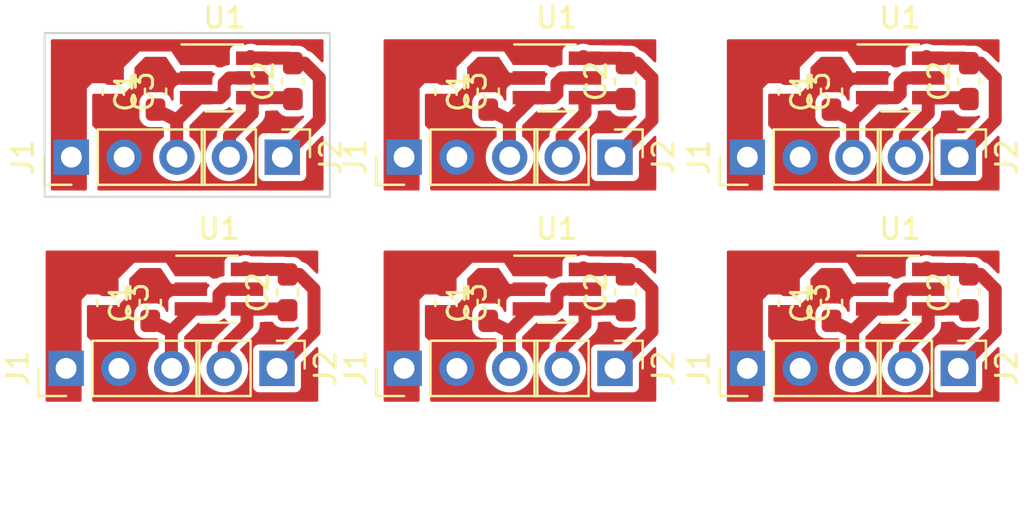
<source format=kicad_pcb>
(kicad_pcb (version 20211014) (generator pcbnew)
  (layers (0 "F.Cu" signal) (31 "B.Cu" signal) (34 "B.Paste" user) (35 "F.Paste" user) (36 "B.SilkS" user "B.Silkscreen") (37 "F.SilkS" user "F.Silkscreen") (38 "B.Mask" user) (39 "F.Mask" user) (44 "Edge.Cuts" user))
  (net 0 "")
  (net 1 "+BATT")
  (net 2 "GND")
  (net 3 "Net-(C2-Pad1)")
  (net 4 "Net-(C2-Pad2)")
  (net 5 "VCC")
  (footprint "Connector_PinHeader_2.54mm:PinHeader_1x02_P2.54mm_Vertical" (layer "F.Cu") (at 69.596 48.26 -90)
    (fp_text reference "J2" (at 0 -2.33 90) (layer "F.SilkS"))
    (fp_text value "Conn_01x02_Male")
    (fp_line (start -1.33 1.27) (end -1.33 3.87) (layer "F.SilkS") (width 0.12))
    (fp_line (start -1.33 1.27) (end 1.33 1.27) (layer "F.SilkS") (width 0.12))
    (fp_line (start -1.33 0) (end -1.33 -1.33) (layer "F.SilkS") (width 0.12))
    (fp_line (start 1.33 1.27) (end 1.33 3.87) (layer "F.SilkS") (width 0.12))
    (fp_line (start -1.33 -1.33) (end 0 -1.33) (layer "F.SilkS") (width 0.12))
    (fp_line (start -1.33 3.87) (end 1.33 3.87) (layer "F.SilkS") (width 0.12))
    (pad "1" thru_hole rect (at 0 0 270) (size 1.7 1.7) (drill 1) (layers *.Cu *.Mask) (net 4 "Net-(C2-Pad2)"))
    (pad "2" thru_hole oval (at 0 2.54 270) (size 1.7 1.7) (drill 1) (layers *.Cu *.Mask) (net 3 "Net-(C2-Pad1)"))
  )
  (footprint "Capacitor_SMD:C_0603_1608Metric_Pad1.08x0.95mm_HandSolder" (layer "F.Cu") (at 46.99 34.9515 90)
    (fp_text reference "C1" (at 0 -1.43 90) (layer "F.SilkS"))
    (fp_text value "10u")
    (fp_line (start -0.146267 0.51) (end 0.146267 0.51) (layer "F.SilkS") (width 0.12))
    (fp_line (start -0.146267 -0.51) (end 0.146267 -0.51) (layer "F.SilkS") (width 0.12))
    (pad "1" smd roundrect (at -0.8625 0 90) (size 1.075 0.95) (layers "F.Cu" "F.Paste" "F.Mask") (net 1 "+BATT"))
    (pad "2" smd roundrect (at 0.8625 0 90) (size 1.075 0.95) (layers "F.Cu" "F.Paste" "F.Mask") (net 2 "GND"))
  )
  (footprint "Capacitor_SMD:C_0603_1608Metric_Pad1.08x0.95mm_HandSolder" (layer "F.Cu") (at 63.5 45.1115 90)
    (fp_text reference "C1" (at 0 -1.43 90) (layer "F.SilkS"))
    (fp_text value "10u")
    (fp_line (start -0.146267 0.51) (end 0.146267 0.51) (layer "F.SilkS") (width 0.12))
    (fp_line (start -0.146267 -0.51) (end 0.146267 -0.51) (layer "F.SilkS") (width 0.12))
    (pad "1" smd roundrect (at -0.8625 0 90) (size 1.075 0.95) (layers "F.Cu" "F.Paste" "F.Mask") (net 1 "+BATT"))
    (pad "2" smd roundrect (at 0.8625 0 90) (size 1.075 0.95) (layers "F.Cu" "F.Paste" "F.Mask") (net 2 "GND"))
  )
  (footprint "Capacitor_SMD:C_0603_1608Metric_Pad1.08x0.95mm_HandSolder" (layer "F.Cu") (at 61.468 45.1115 -90)
    (fp_text reference "C3" (at 0 -1.43 90) (layer "F.SilkS"))
    (fp_text value "10u")
    (fp_line (start -0.146267 0.51) (end 0.146267 0.51) (layer "F.SilkS") (width 0.12))
    (fp_line (start -0.146267 -0.51) (end 0.146267 -0.51) (layer "F.SilkS") (width 0.12))
    (pad "1" smd roundrect (at -0.8625 0 270) (size 1.075 0.95) (layers "F.Cu" "F.Paste" "F.Mask") (net 5 "VCC"))
    (pad "2" smd roundrect (at 0.8625 0 270) (size 1.075 0.95) (layers "F.Cu" "F.Paste" "F.Mask") (net 2 "GND"))
  )
  (footprint "Connector_PinHeader_2.54mm:PinHeader_1x03_P2.54mm_Vertical" (layer "F.Cu") (at 59.451 48.26 90)
    (fp_text reference "J1" (at 0 -2.33 90) (layer "F.SilkS"))
    (fp_text value "Conn_01x03_Male")
    (fp_line (start -1.33 1.27) (end -1.33 6.41) (layer "F.SilkS") (width 0.12))
    (fp_line (start -1.33 6.41) (end 1.33 6.41) (layer "F.SilkS") (width 0.12))
    (fp_line (start -1.33 -1.33) (end 0 -1.33) (layer "F.SilkS") (width 0.12))
    (fp_line (start -1.33 0) (end -1.33 -1.33) (layer "F.SilkS") (width 0.12))
    (fp_line (start 1.33 1.27) (end 1.33 6.41) (layer "F.SilkS") (width 0.12))
    (fp_line (start -1.33 1.27) (end 1.33 1.27) (layer "F.SilkS") (width 0.12))
    (pad "1" thru_hole rect (at 0 0 90) (size 1.7 1.7) (drill 1) (layers *.Cu *.Mask) (net 5 "VCC"))
    (pad "2" thru_hole oval (at 0 2.54 90) (size 1.7 1.7) (drill 1) (layers *.Cu *.Mask) (net 2 "GND"))
    (pad "3" thru_hole oval (at 0 5.08 90) (size 1.7 1.7) (drill 1) (layers *.Cu *.Mask) (net 1 "+BATT"))
  )
  (footprint "Package_TO_SOT_SMD:SOT-23-6_Handsoldering" (layer "F.Cu") (at 50.292 34.29)
    (fp_text reference "U1" (at 0 -2.9) (layer "F.SilkS"))
    (fp_text value "HX4004")
    (fp_line (start -0.9 1.61) (end 0.9 1.61) (layer "F.SilkS") (width 0.12))
    (fp_line (start 0.9 -1.61) (end -2.05 -1.61) (layer "F.SilkS") (width 0.12))
    (pad "1" smd rect (at -1.35 -0.95) (size 1.56 0.65) (layers "F.Cu" "F.Paste" "F.Mask") (net 5 "VCC"))
    (pad "2" smd rect (at -1.35 0) (size 1.56 0.65) (layers "F.Cu" "F.Paste" "F.Mask") (net 2 "GND"))
    (pad "3" smd rect (at -1.35 0.95) (size 1.56 0.65) (layers "F.Cu" "F.Paste" "F.Mask") (net 1 "+BATT"))
    (pad "4" smd rect (at 1.35 0.95) (size 1.56 0.65) (layers "F.Cu" "F.Paste" "F.Mask") (net 3 "Net-(C2-Pad1)"))
    (pad "5" smd rect (at 1.35 0) (size 1.56 0.65) (layers "F.Cu" "F.Paste" "F.Mask") (net 1 "+BATT"))
    (pad "6" smd rect (at 1.35 -0.95) (size 1.56 0.65) (layers "F.Cu" "F.Paste" "F.Mask") (net 4 "Net-(C2-Pad2)"))
  )
  (footprint "Connector_PinHeader_2.54mm:PinHeader_1x03_P2.54mm_Vertical" (layer "F.Cu") (at 26.685 48.26 90)
    (fp_text reference "J1" (at 0 -2.33 90) (layer "F.SilkS"))
    (fp_text value "Conn_01x03_Male")
    (fp_line (start -1.33 1.27) (end -1.33 6.41) (layer "F.SilkS") (width 0.12))
    (fp_line (start -1.33 6.41) (end 1.33 6.41) (layer "F.SilkS") (width 0.12))
    (fp_line (start -1.33 -1.33) (end 0 -1.33) (layer "F.SilkS") (width 0.12))
    (fp_line (start -1.33 0) (end -1.33 -1.33) (layer "F.SilkS") (width 0.12))
    (fp_line (start 1.33 1.27) (end 1.33 6.41) (layer "F.SilkS") (width 0.12))
    (fp_line (start -1.33 1.27) (end 1.33 1.27) (layer "F.SilkS") (width 0.12))
    (pad "1" thru_hole rect (at 0 0 90) (size 1.7 1.7) (drill 1) (layers *.Cu *.Mask) (net 5 "VCC"))
    (pad "2" thru_hole oval (at 0 2.54 90) (size 1.7 1.7) (drill 1) (layers *.Cu *.Mask) (net 2 "GND"))
    (pad "3" thru_hole oval (at 0 5.08 90) (size 1.7 1.7) (drill 1) (layers *.Cu *.Mask) (net 1 "+BATT"))
  )
  (footprint "Capacitor_SMD:C_0603_1608Metric_Pad1.08x0.95mm_HandSolder" (layer "F.Cu") (at 44.958 45.1115 -90)
    (fp_text reference "C3" (at 0 -1.43 90) (layer "F.SilkS"))
    (fp_text value "10u")
    (fp_line (start -0.146267 0.51) (end 0.146267 0.51) (layer "F.SilkS") (width 0.12))
    (fp_line (start -0.146267 -0.51) (end 0.146267 -0.51) (layer "F.SilkS") (width 0.12))
    (pad "1" smd roundrect (at -0.8625 0 270) (size 1.075 0.95) (layers "F.Cu" "F.Paste" "F.Mask") (net 5 "VCC"))
    (pad "2" smd roundrect (at 0.8625 0 270) (size 1.075 0.95) (layers "F.Cu" "F.Paste" "F.Mask") (net 2 "GND"))
  )
  (footprint "Capacitor_SMD:C_0603_1608Metric_Pad1.08x0.95mm_HandSolder" (layer "F.Cu") (at 63.5 34.9515 90)
    (fp_text reference "C1" (at 0 -1.43 90) (layer "F.SilkS"))
    (fp_text value "10u")
    (fp_line (start -0.146267 0.51) (end 0.146267 0.51) (layer "F.SilkS") (width 0.12))
    (fp_line (start -0.146267 -0.51) (end 0.146267 -0.51) (layer "F.SilkS") (width 0.12))
    (pad "1" smd roundrect (at -0.8625 0 90) (size 1.075 0.95) (layers "F.Cu" "F.Paste" "F.Mask") (net 1 "+BATT"))
    (pad "2" smd roundrect (at 0.8625 0 90) (size 1.075 0.95) (layers "F.Cu" "F.Paste" "F.Mask") (net 2 "GND"))
  )
  (footprint "Capacitor_SMD:C_0603_1608Metric_Pad1.08x0.95mm_HandSolder" (layer "F.Cu") (at 28.956 34.9515 -90)
    (fp_text reference "C3" (at 0 -1.43 90) (layer "F.SilkS"))
    (fp_text value "10u")
    (fp_line (start -0.146267 0.51) (end 0.146267 0.51) (layer "F.SilkS") (width 0.12))
    (fp_line (start -0.146267 -0.51) (end 0.146267 -0.51) (layer "F.SilkS") (width 0.12))
    (pad "1" smd roundrect (at -0.8625 0 270) (size 1.075 0.95) (layers "F.Cu" "F.Paste" "F.Mask") (net 5 "VCC"))
    (pad "2" smd roundrect (at 0.8625 0 270) (size 1.075 0.95) (layers "F.Cu" "F.Paste" "F.Mask") (net 2 "GND"))
  )
  (footprint "Capacitor_SMD:C_0603_1608Metric_Pad1.08x0.95mm_HandSolder" (layer "F.Cu") (at 37.338 44.6035 90)
    (fp_text reference "C2" (at 0 -1.43 90) (layer "F.SilkS"))
    (fp_text value "10u")
    (fp_line (start -0.146267 -0.51) (end 0.146267 -0.51) (layer "F.SilkS") (width 0.12))
    (fp_line (start -0.146267 0.51) (end 0.146267 0.51) (layer "F.SilkS") (width 0.12))
    (pad "1" smd roundrect (at -0.8625 0 90) (size 1.075 0.95) (layers "F.Cu" "F.Paste" "F.Mask") (net 3 "Net-(C2-Pad1)"))
    (pad "2" smd roundrect (at 0.8625 0 90) (size 1.075 0.95) (layers "F.Cu" "F.Paste" "F.Mask") (net 4 "Net-(C2-Pad2)"))
  )
  (footprint "Capacitor_SMD:C_0603_1608Metric_Pad1.08x0.95mm_HandSolder" (layer "F.Cu") (at 30.988 34.9515 90)
    (fp_text reference "C1" (at 0 -1.43 90) (layer "F.SilkS"))
    (fp_text value "10u")
    (fp_line (start -0.146267 0.51) (end 0.146267 0.51) (layer "F.SilkS") (width 0.12))
    (fp_line (start -0.146267 -0.51) (end 0.146267 -0.51) (layer "F.SilkS") (width 0.12))
    (pad "1" smd roundrect (at -0.8625 0 90) (size 1.075 0.95) (layers "F.Cu" "F.Paste" "F.Mask") (net 1 "+BATT"))
    (pad "2" smd roundrect (at 0.8625 0 90) (size 1.075 0.95) (layers "F.Cu" "F.Paste" "F.Mask") (net 2 "GND"))
  )
  (footprint "Package_TO_SOT_SMD:SOT-23-6_Handsoldering" (layer "F.Cu") (at 66.802 34.29)
    (fp_text reference "U1" (at 0 -2.9) (layer "F.SilkS"))
    (fp_text value "HX4004")
    (fp_line (start -0.9 1.61) (end 0.9 1.61) (layer "F.SilkS") (width 0.12))
    (fp_line (start 0.9 -1.61) (end -2.05 -1.61) (layer "F.SilkS") (width 0.12))
    (pad "1" smd rect (at -1.35 -0.95) (size 1.56 0.65) (layers "F.Cu" "F.Paste" "F.Mask") (net 5 "VCC"))
    (pad "2" smd rect (at -1.35 0) (size 1.56 0.65) (layers "F.Cu" "F.Paste" "F.Mask") (net 2 "GND"))
    (pad "3" smd rect (at -1.35 0.95) (size 1.56 0.65) (layers "F.Cu" "F.Paste" "F.Mask") (net 1 "+BATT"))
    (pad "4" smd rect (at 1.35 0.95) (size 1.56 0.65) (layers "F.Cu" "F.Paste" "F.Mask") (net 3 "Net-(C2-Pad1)"))
    (pad "5" smd rect (at 1.35 0) (size 1.56 0.65) (layers "F.Cu" "F.Paste" "F.Mask") (net 1 "+BATT"))
    (pad "6" smd rect (at 1.35 -0.95) (size 1.56 0.65) (layers "F.Cu" "F.Paste" "F.Mask") (net 4 "Net-(C2-Pad2)"))
  )
  (footprint "Package_TO_SOT_SMD:SOT-23-6_Handsoldering" (layer "F.Cu") (at 50.292 44.45)
    (fp_text reference "U1" (at 0 -2.9) (layer "F.SilkS"))
    (fp_text value "HX4004")
    (fp_line (start -0.9 1.61) (end 0.9 1.61) (layer "F.SilkS") (width 0.12))
    (fp_line (start 0.9 -1.61) (end -2.05 -1.61) (layer "F.SilkS") (width 0.12))
    (pad "1" smd rect (at -1.35 -0.95) (size 1.56 0.65) (layers "F.Cu" "F.Paste" "F.Mask") (net 5 "VCC"))
    (pad "2" smd rect (at -1.35 0) (size 1.56 0.65) (layers "F.Cu" "F.Paste" "F.Mask") (net 2 "GND"))
    (pad "3" smd rect (at -1.35 0.95) (size 1.56 0.65) (layers "F.Cu" "F.Paste" "F.Mask") (net 1 "+BATT"))
    (pad "4" smd rect (at 1.35 0.95) (size 1.56 0.65) (layers "F.Cu" "F.Paste" "F.Mask") (net 3 "Net-(C2-Pad1)"))
    (pad "5" smd rect (at 1.35 0) (size 1.56 0.65) (layers "F.Cu" "F.Paste" "F.Mask") (net 1 "+BATT"))
    (pad "6" smd rect (at 1.35 -0.95) (size 1.56 0.65) (layers "F.Cu" "F.Paste" "F.Mask") (net 4 "Net-(C2-Pad2)"))
  )
  (footprint "Connector_PinHeader_2.54mm:PinHeader_1x02_P2.54mm_Vertical" (layer "F.Cu") (at 53.086 48.26 -90)
    (fp_text reference "J2" (at 0 -2.33 90) (layer "F.SilkS"))
    (fp_text value "Conn_01x02_Male")
    (fp_line (start -1.33 1.27) (end -1.33 3.87) (layer "F.SilkS") (width 0.12))
    (fp_line (start -1.33 1.27) (end 1.33 1.27) (layer "F.SilkS") (width 0.12))
    (fp_line (start -1.33 0) (end -1.33 -1.33) (layer "F.SilkS") (width 0.12))
    (fp_line (start 1.33 1.27) (end 1.33 3.87) (layer "F.SilkS") (width 0.12))
    (fp_line (start -1.33 -1.33) (end 0 -1.33) (layer "F.SilkS") (width 0.12))
    (fp_line (start -1.33 3.87) (end 1.33 3.87) (layer "F.SilkS") (width 0.12))
    (pad "1" thru_hole rect (at 0 0 270) (size 1.7 1.7) (drill 1) (layers *.Cu *.Mask) (net 4 "Net-(C2-Pad2)"))
    (pad "2" thru_hole oval (at 0 2.54 270) (size 1.7 1.7) (drill 1) (layers *.Cu *.Mask) (net 3 "Net-(C2-Pad1)"))
  )
  (footprint "Connector_PinHeader_2.54mm:PinHeader_1x02_P2.54mm_Vertical" (layer "F.Cu") (at 37.084 38.1 -90)
    (fp_text reference "J2" (at 0 -2.33 90) (layer "F.SilkS"))
    (fp_text value "Conn_01x02_Male")
    (fp_line (start -1.33 1.27) (end -1.33 3.87) (layer "F.SilkS") (width 0.12))
    (fp_line (start -1.33 1.27) (end 1.33 1.27) (layer "F.SilkS") (width 0.12))
    (fp_line (start -1.33 0) (end -1.33 -1.33) (layer "F.SilkS") (width 0.12))
    (fp_line (start 1.33 1.27) (end 1.33 3.87) (layer "F.SilkS") (width 0.12))
    (fp_line (start -1.33 -1.33) (end 0 -1.33) (layer "F.SilkS") (width 0.12))
    (fp_line (start -1.33 3.87) (end 1.33 3.87) (layer "F.SilkS") (width 0.12))
    (pad "1" thru_hole rect (at 0 0 270) (size 1.7 1.7) (drill 1) (layers *.Cu *.Mask) (net 4 "Net-(C2-Pad2)"))
    (pad "2" thru_hole oval (at 0 2.54 270) (size 1.7 1.7) (drill 1) (layers *.Cu *.Mask) (net 3 "Net-(C2-Pad1)"))
  )
  (footprint "Capacitor_SMD:C_0603_1608Metric_Pad1.08x0.95mm_HandSolder" (layer "F.Cu") (at 70.104 44.6035 90)
    (fp_text reference "C2" (at 0 -1.43 90) (layer "F.SilkS"))
    (fp_text value "10u")
    (fp_line (start -0.146267 -0.51) (end 0.146267 -0.51) (layer "F.SilkS") (width 0.12))
    (fp_line (start -0.146267 0.51) (end 0.146267 0.51) (layer "F.SilkS") (width 0.12))
    (pad "1" smd roundrect (at -0.8625 0 90) (size 1.075 0.95) (layers "F.Cu" "F.Paste" "F.Mask") (net 3 "Net-(C2-Pad1)"))
    (pad "2" smd roundrect (at 0.8625 0 90) (size 1.075 0.95) (layers "F.Cu" "F.Paste" "F.Mask") (net 4 "Net-(C2-Pad2)"))
  )
  (footprint "Connector_PinHeader_2.54mm:PinHeader_1x02_P2.54mm_Vertical" (layer "F.Cu") (at 53.086 38.1 -90)
    (fp_text reference "J2" (at 0 -2.33 90) (layer "F.SilkS"))
    (fp_text value "Conn_01x02_Male")
    (fp_line (start -1.33 1.27) (end -1.33 3.87) (layer "F.SilkS") (width 0.12))
    (fp_line (start -1.33 1.27) (end 1.33 1.27) (layer "F.SilkS") (width 0.12))
    (fp_line (start -1.33 0) (end -1.33 -1.33) (layer "F.SilkS") (width 0.12))
    (fp_line (start 1.33 1.27) (end 1.33 3.87) (layer "F.SilkS") (width 0.12))
    (fp_line (start -1.33 -1.33) (end 0 -1.33) (layer "F.SilkS") (width 0.12))
    (fp_line (start -1.33 3.87) (end 1.33 3.87) (layer "F.SilkS") (width 0.12))
    (pad "1" thru_hole rect (at 0 0 270) (size 1.7 1.7) (drill 1) (layers *.Cu *.Mask) (net 4 "Net-(C2-Pad2)"))
    (pad "2" thru_hole oval (at 0 2.54 270) (size 1.7 1.7) (drill 1) (layers *.Cu *.Mask) (net 3 "Net-(C2-Pad1)"))
  )
  (footprint "Capacitor_SMD:C_0603_1608Metric_Pad1.08x0.95mm_HandSolder" (layer "F.Cu") (at 61.468 34.9515 -90)
    (fp_text reference "C3" (at 0 -1.43 90) (layer "F.SilkS"))
    (fp_text value "10u")
    (fp_line (start -0.146267 0.51) (end 0.146267 0.51) (layer "F.SilkS") (width 0.12))
    (fp_line (start -0.146267 -0.51) (end 0.146267 -0.51) (layer "F.SilkS") (width 0.12))
    (pad "1" smd roundrect (at -0.8625 0 270) (size 1.075 0.95) (layers "F.Cu" "F.Paste" "F.Mask") (net 5 "VCC"))
    (pad "2" smd roundrect (at 0.8625 0 270) (size 1.075 0.95) (layers "F.Cu" "F.Paste" "F.Mask") (net 2 "GND"))
  )
  (footprint "Capacitor_SMD:C_0603_1608Metric_Pad1.08x0.95mm_HandSolder" (layer "F.Cu") (at 30.734 45.1115 90)
    (fp_text reference "C1" (at 0 -1.43 90) (layer "F.SilkS"))
    (fp_text value "10u")
    (fp_line (start -0.146267 0.51) (end 0.146267 0.51) (layer "F.SilkS") (width 0.12))
    (fp_line (start -0.146267 -0.51) (end 0.146267 -0.51) (layer "F.SilkS") (width 0.12))
    (pad "1" smd roundrect (at -0.8625 0 90) (size 1.075 0.95) (layers "F.Cu" "F.Paste" "F.Mask") (net 1 "+BATT"))
    (pad "2" smd roundrect (at 0.8625 0 90) (size 1.075 0.95) (layers "F.Cu" "F.Paste" "F.Mask") (net 2 "GND"))
  )
  (footprint "Capacitor_SMD:C_0603_1608Metric_Pad1.08x0.95mm_HandSolder" (layer "F.Cu") (at 28.702 45.1115 -90)
    (fp_text reference "C3" (at 0 -1.43 90) (layer "F.SilkS"))
    (fp_text value "10u")
    (fp_line (start -0.146267 0.51) (end 0.146267 0.51) (layer "F.SilkS") (width 0.12))
    (fp_line (start -0.146267 -0.51) (end 0.146267 -0.51) (layer "F.SilkS") (width 0.12))
    (pad "1" smd roundrect (at -0.8625 0 270) (size 1.075 0.95) (layers "F.Cu" "F.Paste" "F.Mask") (net 5 "VCC"))
    (pad "2" smd roundrect (at 0.8625 0 270) (size 1.075 0.95) (layers "F.Cu" "F.Paste" "F.Mask") (net 2 "GND"))
  )
  (footprint "Capacitor_SMD:C_0603_1608Metric_Pad1.08x0.95mm_HandSolder" (layer "F.Cu") (at 70.104 34.4435 90)
    (fp_text reference "C2" (at 0 -1.43 90) (layer "F.SilkS"))
    (fp_text value "10u")
    (fp_line (start -0.146267 -0.51) (end 0.146267 -0.51) (layer "F.SilkS") (width 0.12))
    (fp_line (start -0.146267 0.51) (end 0.146267 0.51) (layer "F.SilkS") (width 0.12))
    (pad "1" smd roundrect (at -0.8625 0 90) (size 1.075 0.95) (layers "F.Cu" "F.Paste" "F.Mask") (net 3 "Net-(C2-Pad1)"))
    (pad "2" smd roundrect (at 0.8625 0 90) (size 1.075 0.95) (layers "F.Cu" "F.Paste" "F.Mask") (net 4 "Net-(C2-Pad2)"))
  )
  (footprint "Capacitor_SMD:C_0603_1608Metric_Pad1.08x0.95mm_HandSolder" (layer "F.Cu") (at 53.594 44.6035 90)
    (fp_text reference "C2" (at 0 -1.43 90) (layer "F.SilkS"))
    (fp_text value "10u")
    (fp_line (start -0.146267 -0.51) (end 0.146267 -0.51) (layer "F.SilkS") (width 0.12))
    (fp_line (start -0.146267 0.51) (end 0.146267 0.51) (layer "F.SilkS") (width 0.12))
    (pad "1" smd roundrect (at -0.8625 0 90) (size 1.075 0.95) (layers "F.Cu" "F.Paste" "F.Mask") (net 3 "Net-(C2-Pad1)"))
    (pad "2" smd roundrect (at 0.8625 0 90) (size 1.075 0.95) (layers "F.Cu" "F.Paste" "F.Mask") (net 4 "Net-(C2-Pad2)"))
  )
  (footprint "Package_TO_SOT_SMD:SOT-23-6_Handsoldering" (layer "F.Cu") (at 66.802 44.45)
    (fp_text reference "U1" (at 0 -2.9) (layer "F.SilkS"))
    (fp_text value "HX4004")
    (fp_line (start -0.9 1.61) (end 0.9 1.61) (layer "F.SilkS") (width 0.12))
    (fp_line (start 0.9 -1.61) (end -2.05 -1.61) (layer "F.SilkS") (width 0.12))
    (pad "1" smd rect (at -1.35 -0.95) (size 1.56 0.65) (layers "F.Cu" "F.Paste" "F.Mask") (net 5 "VCC"))
    (pad "2" smd rect (at -1.35 0) (size 1.56 0.65) (layers "F.Cu" "F.Paste" "F.Mask") (net 2 "GND"))
    (pad "3" smd rect (at -1.35 0.95) (size 1.56 0.65) (layers "F.Cu" "F.Paste" "F.Mask") (net 1 "+BATT"))
    (pad "4" smd rect (at 1.35 0.95) (size 1.56 0.65) (layers "F.Cu" "F.Paste" "F.Mask") (net 3 "Net-(C2-Pad1)"))
    (pad "5" smd rect (at 1.35 0) (size 1.56 0.65) (layers "F.Cu" "F.Paste" "F.Mask") (net 1 "+BATT"))
    (pad "6" smd rect (at 1.35 -0.95) (size 1.56 0.65) (layers "F.Cu" "F.Paste" "F.Mask") (net 4 "Net-(C2-Pad2)"))
  )
  (footprint "Capacitor_SMD:C_0603_1608Metric_Pad1.08x0.95mm_HandSolder" (layer "F.Cu") (at 44.958 34.9515 -90)
    (fp_text reference "C3" (at 0 -1.43 90) (layer "F.SilkS"))
    (fp_text value "10u")
    (fp_line (start -0.146267 0.51) (end 0.146267 0.51) (layer "F.SilkS") (width 0.12))
    (fp_line (start -0.146267 -0.51) (end 0.146267 -0.51) (layer "F.SilkS") (width 0.12))
    (pad "1" smd roundrect (at -0.8625 0 270) (size 1.075 0.95) (layers "F.Cu" "F.Paste" "F.Mask") (net 5 "VCC"))
    (pad "2" smd roundrect (at 0.8625 0 270) (size 1.075 0.95) (layers "F.Cu" "F.Paste" "F.Mask") (net 2 "GND"))
  )
  (footprint "Capacitor_SMD:C_0603_1608Metric_Pad1.08x0.95mm_HandSolder" (layer "F.Cu") (at 37.592 34.4435 90)
    (fp_text reference "C2" (at 0 -1.43 90) (layer "F.SilkS"))
    (fp_text value "10u")
    (fp_line (start -0.146267 -0.51) (end 0.146267 -0.51) (layer "F.SilkS") (width 0.12))
    (fp_line (start -0.146267 0.51) (end 0.146267 0.51) (layer "F.SilkS") (width 0.12))
    (pad "1" smd roundrect (at -0.8625 0 90) (size 1.075 0.95) (layers "F.Cu" "F.Paste" "F.Mask") (net 3 "Net-(C2-Pad1)"))
    (pad "2" smd roundrect (at 0.8625 0 90) (size 1.075 0.95) (layers "F.Cu" "F.Paste" "F.Mask") (net 4 "Net-(C2-Pad2)"))
  )
  (footprint "Capacitor_SMD:C_0603_1608Metric_Pad1.08x0.95mm_HandSolder" (layer "F.Cu") (at 53.594 34.4435 90)
    (fp_text reference "C2" (at 0 -1.43 90) (layer "F.SilkS"))
    (fp_text value "10u")
    (fp_line (start -0.146267 -0.51) (end 0.146267 -0.51) (layer "F.SilkS") (width 0.12))
    (fp_line (start -0.146267 0.51) (end 0.146267 0.51) (layer "F.SilkS") (width 0.12))
    (pad "1" smd roundrect (at -0.8625 0 90) (size 1.075 0.95) (layers "F.Cu" "F.Paste" "F.Mask") (net 3 "Net-(C2-Pad1)"))
    (pad "2" smd roundrect (at 0.8625 0 90) (size 1.075 0.95) (layers "F.Cu" "F.Paste" "F.Mask") (net 4 "Net-(C2-Pad2)"))
  )
  (footprint "Connector_PinHeader_2.54mm:PinHeader_1x03_P2.54mm_Vertical" (layer "F.Cu") (at 42.941 48.26 90)
    (fp_text reference "J1" (at 0 -2.33 90) (layer "F.SilkS"))
    (fp_text value "Conn_01x03_Male")
    (fp_line (start -1.33 1.27) (end -1.33 6.41) (layer "F.SilkS") (width 0.12))
    (fp_line (start -1.33 6.41) (end 1.33 6.41) (layer "F.SilkS") (width 0.12))
    (fp_line (start -1.33 -1.33) (end 0 -1.33) (layer "F.SilkS") (width 0.12))
    (fp_line (start -1.33 0) (end -1.33 -1.33) (layer "F.SilkS") (width 0.12))
    (fp_line (start 1.33 1.27) (end 1.33 6.41) (layer "F.SilkS") (width 0.12))
    (fp_line (start -1.33 1.27) (end 1.33 1.27) (layer "F.SilkS") (width 0.12))
    (pad "1" thru_hole rect (at 0 0 90) (size 1.7 1.7) (drill 1) (layers *.Cu *.Mask) (net 5 "VCC"))
    (pad "2" thru_hole oval (at 0 2.54 90) (size 1.7 1.7) (drill 1) (layers *.Cu *.Mask) (net 2 "GND"))
    (pad "3" thru_hole oval (at 0 5.08 90) (size 1.7 1.7) (drill 1) (layers *.Cu *.Mask) (net 1 "+BATT"))
  )
  (footprint "Connector_PinHeader_2.54mm:PinHeader_1x03_P2.54mm_Vertical" (layer "F.Cu") (at 42.941 38.1 90)
    (fp_text reference "J1" (at 0 -2.33 90) (layer "F.SilkS"))
    (fp_text value "Conn_01x03_Male")
    (fp_line (start -1.33 1.27) (end -1.33 6.41) (layer "F.SilkS") (width 0.12))
    (fp_line (start -1.33 6.41) (end 1.33 6.41) (layer "F.SilkS") (width 0.12))
    (fp_line (start -1.33 -1.33) (end 0 -1.33) (layer "F.SilkS") (width 0.12))
    (fp_line (start -1.33 0) (end -1.33 -1.33) (layer "F.SilkS") (width 0.12))
    (fp_line (start 1.33 1.27) (end 1.33 6.41) (layer "F.SilkS") (width 0.12))
    (fp_line (start -1.33 1.27) (end 1.33 1.27) (layer "F.SilkS") (width 0.12))
    (pad "1" thru_hole rect (at 0 0 90) (size 1.7 1.7) (drill 1) (layers *.Cu *.Mask) (net 5 "VCC"))
    (pad "2" thru_hole oval (at 0 2.54 90) (size 1.7 1.7) (drill 1) (layers *.Cu *.Mask) (net 2 "GND"))
    (pad "3" thru_hole oval (at 0 5.08 90) (size 1.7 1.7) (drill 1) (layers *.Cu *.Mask) (net 1 "+BATT"))
  )
  (footprint "Package_TO_SOT_SMD:SOT-23-6_Handsoldering" (layer "F.Cu") (at 34.036 44.45)
    (fp_text reference "U1" (at 0 -2.9) (layer "F.SilkS"))
    (fp_text value "HX4004")
    (fp_line (start -0.9 1.61) (end 0.9 1.61) (layer "F.SilkS") (width 0.12))
    (fp_line (start 0.9 -1.61) (end -2.05 -1.61) (layer "F.SilkS") (width 0.12))
    (pad "1" smd rect (at -1.35 -0.95) (size 1.56 0.65) (layers "F.Cu" "F.Paste" "F.Mask") (net 5 "VCC"))
    (pad "2" smd rect (at -1.35 0) (size 1.56 0.65) (layers "F.Cu" "F.Paste" "F.Mask") (net 2 "GND"))
    (pad "3" smd rect (at -1.35 0.95) (size 1.56 0.65) (layers "F.Cu" "F.Paste" "F.Mask") (net 1 "+BATT"))
    (pad "4" smd rect (at 1.35 0.95) (size 1.56 0.65) (layers "F.Cu" "F.Paste" "F.Mask") (net 3 "Net-(C2-Pad1)"))
    (pad "5" smd rect (at 1.35 0) (size 1.56 0.65) (layers "F.Cu" "F.Paste" "F.Mask") (net 1 "+BATT"))
    (pad "6" smd rect (at 1.35 -0.95) (size 1.56 0.65) (layers "F.Cu" "F.Paste" "F.Mask") (net 4 "Net-(C2-Pad2)"))
  )
  (footprint "Connector_PinHeader_2.54mm:PinHeader_1x02_P2.54mm_Vertical" (layer "F.Cu") (at 69.596 38.1 -90)
    (fp_text reference "J2" (at 0 -2.33 90) (layer "F.SilkS"))
    (fp_text value "Conn_01x02_Male")
    (fp_line (start -1.33 1.27) (end -1.33 3.87) (layer "F.SilkS") (width 0.12))
    (fp_line (start -1.33 1.27) (end 1.33 1.27) (layer "F.SilkS") (width 0.12))
    (fp_line (start -1.33 0) (end -1.33 -1.33) (layer "F.SilkS") (width 0.12))
    (fp_line (start 1.33 1.27) (end 1.33 3.87) (layer "F.SilkS") (width 0.12))
    (fp_line (start -1.33 -1.33) (end 0 -1.33) (layer "F.SilkS") (width 0.12))
    (fp_line (start -1.33 3.87) (end 1.33 3.87) (layer "F.SilkS") (width 0.12))
    (pad "1" thru_hole rect (at 0 0 270) (size 1.7 1.7) (drill 1) (layers *.Cu *.Mask) (net 4 "Net-(C2-Pad2)"))
    (pad "2" thru_hole oval (at 0 2.54 270) (size 1.7 1.7) (drill 1) (layers *.Cu *.Mask) (net 3 "Net-(C2-Pad1)"))
  )
  (footprint "Package_TO_SOT_SMD:SOT-23-6_Handsoldering" (layer "F.Cu") (at 34.29 34.29)
    (fp_text reference "U1" (at 0 -2.9) (layer "F.SilkS"))
    (fp_text value "HX4004")
    (fp_line (start -0.9 1.61) (end 0.9 1.61) (layer "F.SilkS") (width 0.12))
    (fp_line (start 0.9 -1.61) (end -2.05 -1.61) (layer "F.SilkS") (width 0.12))
    (pad "1" smd rect (at -1.35 -0.95) (size 1.56 0.65) (layers "F.Cu" "F.Paste" "F.Mask") (net 5 "VCC"))
    (pad "2" smd rect (at -1.35 0) (size 1.56 0.65) (layers "F.Cu" "F.Paste" "F.Mask") (net 2 "GND"))
    (pad "3" smd rect (at -1.35 0.95) (size 1.56 0.65) (layers "F.Cu" "F.Paste" "F.Mask") (net 1 "+BATT"))
    (pad "4" smd rect (at 1.35 0.95) (size 1.56 0.65) (layers "F.Cu" "F.Paste" "F.Mask") (net 3 "Net-(C2-Pad1)"))
    (pad "5" smd rect (at 1.35 0) (size 1.56 0.65) (layers "F.Cu" "F.Paste" "F.Mask") (net 1 "+BATT"))
    (pad "6" smd rect (at 1.35 -0.95) (size 1.56 0.65) (layers "F.Cu" "F.Paste" "F.Mask") (net 4 "Net-(C2-Pad2)"))
  )
  (footprint "Capacitor_SMD:C_0603_1608Metric_Pad1.08x0.95mm_HandSolder" (layer "F.Cu") (at 46.99 45.1115 90)
    (fp_text reference "C1" (at 0 -1.43 90) (layer "F.SilkS"))
    (fp_text value "10u")
    (fp_line (start -0.146267 0.51) (end 0.146267 0.51) (layer "F.SilkS") (width 0.12))
    (fp_line (start -0.146267 -0.51) (end 0.146267 -0.51) (layer "F.SilkS") (width 0.12))
    (pad "1" smd roundrect (at -0.8625 0 90) (size 1.075 0.95) (layers "F.Cu" "F.Paste" "F.Mask") (net 1 "+BATT"))
    (pad "2" smd roundrect (at 0.8625 0 90) (size 1.075 0.95) (layers "F.Cu" "F.Paste" "F.Mask") (net 2 "GND"))
  )
  (footprint "Connector_PinHeader_2.54mm:PinHeader_1x03_P2.54mm_Vertical" (layer "F.Cu") (at 26.939 38.1 90)
    (fp_text reference "J1" (at 0 -2.33 90) (layer "F.SilkS"))
    (fp_text value "Conn_01x03_Male")
    (fp_line (start -1.33 1.27) (end -1.33 6.41) (layer "F.SilkS") (width 0.12))
    (fp_line (start -1.33 6.41) (end 1.33 6.41) (layer "F.SilkS") (width 0.12))
    (fp_line (start -1.33 -1.33) (end 0 -1.33) (layer "F.SilkS") (width 0.12))
    (fp_line (start -1.33 0) (end -1.33 -1.33) (layer "F.SilkS") (width 0.12))
    (fp_line (start 1.33 1.27) (end 1.33 6.41) (layer "F.SilkS") (width 0.12))
    (fp_line (start -1.33 1.27) (end 1.33 1.27) (layer "F.SilkS") (width 0.12))
    (pad "1" thru_hole rect (at 0 0 90) (size 1.7 1.7) (drill 1) (layers *.Cu *.Mask) (net 5 "VCC"))
    (pad "2" thru_hole oval (at 0 2.54 90) (size 1.7 1.7) (drill 1) (layers *.Cu *.Mask) (net 2 "GND"))
    (pad "3" thru_hole oval (at 0 5.08 90) (size 1.7 1.7) (drill 1) (layers *.Cu *.Mask) (net 1 "+BATT"))
  )
  (footprint "Connector_PinHeader_2.54mm:PinHeader_1x03_P2.54mm_Vertical" (layer "F.Cu") (at 59.451 38.1 90)
    (fp_text reference "J1" (at 0 -2.33 90) (layer "F.SilkS"))
    (fp_text value "Conn_01x03_Male")
    (fp_line (start -1.33 1.27) (end -1.33 6.41) (layer "F.SilkS") (width 0.12))
    (fp_line (start -1.33 6.41) (end 1.33 6.41) (layer "F.SilkS") (width 0.12))
    (fp_line (start -1.33 -1.33) (end 0 -1.33) (layer "F.SilkS") (width 0.12))
    (fp_line (start -1.33 0) (end -1.33 -1.33) (layer "F.SilkS") (width 0.12))
    (fp_line (start 1.33 1.27) (end 1.33 6.41) (layer "F.SilkS") (width 0.12))
    (fp_line (start -1.33 1.27) (end 1.33 1.27) (layer "F.SilkS") (width 0.12))
    (pad "1" thru_hole rect (at 0 0 90) (size 1.7 1.7) (drill 1) (layers *.Cu *.Mask) (net 5 "VCC"))
    (pad "2" thru_hole oval (at 0 2.54 90) (size 1.7 1.7) (drill 1) (layers *.Cu *.Mask) (net 2 "GND"))
    (pad "3" thru_hole oval (at 0 5.08 90) (size 1.7 1.7) (drill 1) (layers *.Cu *.Mask) (net 1 "+BATT"))
  )
  (footprint "Connector_PinHeader_2.54mm:PinHeader_1x02_P2.54mm_Vertical" (layer "F.Cu") (at 36.83 48.26 -90)
    (fp_text reference "J2" (at 0 -2.33 90) (layer "F.SilkS"))
    (fp_text value "Conn_01x02_Male")
    (fp_line (start -1.33 1.27) (end -1.33 3.87) (layer "F.SilkS") (width 0.12))
    (fp_line (start -1.33 1.27) (end 1.33 1.27) (layer "F.SilkS") (width 0.12))
    (fp_line (start -1.33 0) (end -1.33 -1.33) (layer "F.SilkS") (width 0.12))
    (fp_line (start 1.33 1.27) (end 1.33 3.87) (layer "F.SilkS") (width 0.12))
    (fp_line (start -1.33 -1.33) (end 0 -1.33) (layer "F.SilkS") (width 0.12))
    (fp_line (start -1.33 3.87) (end 1.33 3.87) (layer "F.SilkS") (width 0.12))
    (pad "1" thru_hole rect (at 0 0 270) (size 1.7 1.7) (drill 1) (layers *.Cu *.Mask) (net 4 "Net-(C2-Pad2)"))
    (pad "2" thru_hole oval (at 0 2.54 270) (size 1.7 1.7) (drill 1) (layers *.Cu *.Mask) (net 3 "Net-(C2-Pad1)"))
  )
  (gr_rect (start 25.654 40.005) (end 39.37 32.131) (layer "Edge.Cuts") (width 0.1) (fill none))
  (segment (start 50.292 45.212) (end 50.104 45.4) (width 0.625) (layer "F.Cu") (net 1))
  (segment (start 48.006 46.482) (end 48.006 48.245) (width 0.625) (layer "F.Cu") (net 1))
  (segment (start 68.152 44.45) (end 67.056 44.45) (width 0.625) (layer "F.Cu") (net 1))
  (segment (start 50.292 44.704) (end 50.292 45.212) (width 0.625) (layer "F.Cu") (net 1))
  (segment (start 50.546 44.45) (end 50.292 44.704) (width 0.625) (layer "F.Cu") (net 1))
  (segment (start 48.006 46.482) (end 46.99 45.974) (width 0.625) (layer "F.Cu") (net 1))
  (segment (start 32.004 38.085) (end 32.019 38.1) (width 0.625) (layer "F.Cu") (net 1))
  (segment (start 68.152 34.29) (end 67.056 34.29) (width 0.625) (layer "F.Cu") (net 1))
  (segment (start 50.104 35.24) (end 48.942 35.24) (width 0.625) (layer "F.Cu") (net 1))
  (segment (start 65.452 45.546) (end 64.516 46.482) (width 0.625) (layer "F.Cu") (net 1))
  (segment (start 35.64 34.29) (end 34.544 34.29) (width 0.625) (layer "F.Cu") (net 1))
  (segment (start 64.516 36.322) (end 64.516 38.085) (width 0.625) (layer "F.Cu") (net 1))
  (segment (start 67.056 44.45) (end 66.802 44.704) (width 0.625) (layer "F.Cu") (net 1))
  (segment (start 51.642 34.29) (end 50.546 34.29) (width 0.625) (layer "F.Cu") (net 1))
  (segment (start 48.942 35.386) (end 48.006 36.322) (width 0.625) (layer "F.Cu") (net 1))
  (segment (start 35.386 44.45) (end 34.29 44.45) (width 0.625) (layer "F.Cu") (net 1))
  (segment (start 64.516 36.322) (end 63.5 35.814) (width 0.625) (layer "F.Cu") (net 1))
  (segment (start 66.802 34.544) (end 66.802 35.052) (width 0.625) (layer "F.Cu") (net 1))
  (segment (start 32.94 35.386) (end 32.004 36.322) (width 0.625) (layer "F.Cu") (net 1))
  (segment (start 32.004 36.322) (end 30.988 35.814) (width 0.625) (layer "F.Cu") (net 1))
  (segment (start 64.516 46.482) (end 64.516 48.245) (width 0.625) (layer "F.Cu") (net 1))
  (segment (start 32.004 36.322) (end 32.004 38.085) (width 0.625) (layer "F.Cu") (net 1))
  (segment (start 32.686 45.546) (end 31.75 46.482) (width 0.625) (layer "F.Cu") (net 1))
  (segment (start 34.29 44.45) (end 34.036 44.704) (width 0.625) (layer "F.Cu") (net 1))
  (segment (start 34.102 35.24) (end 32.94 35.24) (width 0.625) (layer "F.Cu") (net 1))
  (segment (start 65.452 35.386) (end 64.516 36.322) (width 0.625) (layer "F.Cu") (net 1))
  (segment (start 48.006 36.322) (end 48.006 38.085) (width 0.625) (layer "F.Cu") (net 1))
  (segment (start 48.942 45.4) (end 48.942 45.546) (width 0.625) (layer "F.Cu") (net 1))
  (segment (start 31.75 46.482) (end 31.75 48.245) (width 0.625) (layer "F.Cu") (net 1))
  (segment (start 64.516 38.085) (end 64.531 38.1) (width 0.625) (layer "F.Cu") (net 1))
  (segment (start 48.006 36.322) (end 46.99 35.814) (width 0.625) (layer "F.Cu") (net 1))
  (segment (start 34.29 34.544) (end 34.29 35.052) (width 0.625) (layer "F.Cu") (net 1))
  (segment (start 64.516 48.245) (end 64.531 48.26) (width 0.625) (layer "F.Cu") (net 1))
  (segment (start 34.036 45.212) (end 33.848 45.4) (width 0.625) (layer "F.Cu") (net 1))
  (segment (start 66.614 35.24) (end 65.452 35.24) (width 0.625) (layer "F.Cu") (net 1))
  (segment (start 66.614 45.4) (end 65.452 45.4) (width 0.625) (layer "F.Cu") (net 1))
  (segment (start 34.544 34.29) (end 34.29 34.544) (width 0.625) (layer "F.Cu") (net 1))
  (segment (start 65.452 45.4) (end 65.452 45.546) (width 0.625) (layer "F.Cu") (net 1))
  (segment (start 48.942 45.546) (end 48.006 46.482) (width 0.625) (layer "F.Cu") (net 1))
  (segment (start 50.292 35.052) (end 50.104 35.24) (width 0.625) (layer "F.Cu") (net 1))
  (segment (start 66.802 35.052) (end 66.614 35.24) (width 0.625) (layer "F.Cu") (net 1))
  (segment (start 66.802 45.212) (end 66.614 45.4) (width 0.625) (layer "F.Cu") (net 1))
  (segment (start 64.516 46.482) (end 63.5 45.974) (width 0.625) (layer "F.Cu") (net 1))
  (segment (start 50.292 34.544) (end 50.292 35.052) (width 0.625) (layer "F.Cu") (net 1))
  (segment (start 50.546 34.29) (end 50.292 34.544) (width 0.625) (layer "F.Cu") (net 1))
  (segment (start 34.036 44.704) (end 34.036 45.212) (width 0.625) (layer "F.Cu") (net 1))
  (segment (start 31.75 48.245) (end 31.765 48.26) (width 0.625) (layer "F.Cu") (net 1))
  (segment (start 48.006 38.085) (end 48.021 38.1) (width 0.625) (layer "F.Cu") (net 1))
  (segment (start 66.802 44.704) (end 66.802 45.212) (width 0.625) (layer "F.Cu") (net 1))
  (segment (start 65.452 35.24) (end 65.452 35.386) (width 0.625) (layer "F.Cu") (net 1))
  (segment (start 50.104 45.4) (end 48.942 45.4) (width 0.625) (layer "F.Cu") (net 1))
  (segment (start 51.642 44.45) (end 50.546 44.45) (width 0.625) (layer "F.Cu") (net 1))
  (segment (start 34.29 35.052) (end 34.102 35.24) (width 0.625) (layer "F.Cu") (net 1))
  (segment (start 32.94 35.24) (end 32.94 35.386) (width 0.625) (layer "F.Cu") (net 1))
  (segment (start 32.686 45.4) (end 32.686 45.546) (width 0.625) (layer "F.Cu") (net 1))
  (segment (start 31.75 46.482) (end 30.734 45.974) (width 0.625) (layer "F.Cu") (net 1))
  (segment (start 33.848 45.4) (end 32.686 45.4) (width 0.625) (layer "F.Cu") (net 1))
  (segment (start 48.006 48.245) (end 48.021 48.26) (width 0.625) (layer "F.Cu") (net 1))
  (segment (start 48.942 35.24) (end 48.942 35.386) (width 0.625) (layer "F.Cu") (net 1))
  (segment (start 67.056 34.29) (end 66.802 34.544) (width 0.625) (layer "F.Cu") (net 1))
  (segment (start 35.64 35.988) (end 34.544 37.084) (width 0.625) (layer "F.Cu") (net 3))
  (segment (start 68.152 45.4) (end 70.038 45.4) (width 0.625) (layer "F.Cu") (net 3))
  (segment (start 51.642 45.4) (end 53.528 45.4) (width 0.625) (layer "F.Cu") (net 3))
  (segment (start 68.152 45.4) (end 68.152 46.148) (width 0.625) (layer "F.Cu") (net 3))
  (segment (start 34.29 47.244) (end 34.29 48.26) (width 0.625) (layer "F.Cu") (net 3))
  (segment (start 53.528 45.4) (end 53.594 45.466) (width 0.625) (layer "F.Cu") (net 3))
  (segment (start 70.038 45.4) (end 70.104 45.466) (width 0.625) (layer "F.Cu") (net 3))
  (segment (start 37.272 45.4) (end 37.338 45.466) (width 0.625) (layer "F.Cu") (net 3))
  (segment (start 35.386 46.148) (end 34.29 47.244) (width 0.625) (layer "F.Cu") (net 3))
  (segment (start 53.528 35.24) (end 53.594 35.306) (width 0.625) (layer "F.Cu") (net 3))
  (segment (start 35.386 45.4) (end 37.272 45.4) (width 0.625) (layer "F.Cu") (net 3))
  (segment (start 50.546 47.244) (end 50.546 48.26) (width 0.625) (layer "F.Cu") (net 3))
  (segment (start 68.152 46.148) (end 67.056 47.244) (width 0.625) (layer "F.Cu") (net 3))
  (segment (start 35.386 45.4) (end 35.386 46.148) (width 0.625) (layer "F.Cu") (net 3))
  (segment (start 34.544 37.084) (end 34.544 38.1) (width 0.625) (layer "F.Cu") (net 3))
  (segment (start 51.642 45.4) (end 51.642 46.148) (width 0.625) (layer "F.Cu") (net 3))
  (segment (start 67.056 47.244) (end 67.056 48.26) (width 0.625) (layer "F.Cu") (net 3))
  (segment (start 50.546 37.084) (end 50.546 38.1) (width 0.625) (layer "F.Cu") (net 3))
  (segment (start 35.64 35.24) (end 35.64 35.988) (width 0.625) (layer "F.Cu") (net 3))
  (segment (start 51.642 35.24) (end 53.528 35.24) (width 0.625) (layer "F.Cu") (net 3))
  (segment (start 37.526 35.24) (end 37.592 35.306) (width 0.625) (layer "F.Cu") (net 3))
  (segment (start 68.152 35.988) (end 67.056 37.084) (width 0.625) (layer "F.Cu") (net 3))
  (segment (start 68.152 35.24) (end 70.038 35.24) (width 0.625) (layer "F.Cu") (net 3))
  (segment (start 51.642 35.24) (end 51.642 35.988) (width 0.625) (layer "F.Cu") (net 3))
  (segment (start 35.64 35.24) (end 37.526 35.24) (width 0.625) (layer "F.Cu") (net 3))
  (segment (start 68.152 35.24) (end 68.152 35.988) (width 0.625) (layer "F.Cu") (net 3))
  (segment (start 51.642 46.148) (end 50.546 47.244) (width 0.625) (layer "F.Cu") (net 3))
  (segment (start 51.642 35.988) (end 50.546 37.084) (width 0.625) (layer "F.Cu") (net 3))
  (segment (start 70.038 35.24) (end 70.104 35.306) (width 0.625) (layer "F.Cu") (net 3))
  (segment (start 67.056 37.084) (end 67.056 38.1) (width 0.625) (layer "F.Cu") (net 3))
  (segment (start 51.642 33.34) (end 53.353 33.34) (width 0.625) (layer "F.Cu") (net 4))
  (segment (start 38.862 36.322) (end 37.084 38.1) (width 0.625) (layer "F.Cu") (net 4))
  (segment (start 53.594 43.741) (end 54.155 43.741) (width 0.625) (layer "F.Cu") (net 4))
  (segment (start 70.665 43.741) (end 71.374 44.45) (width 0.625) (layer "F.Cu") (net 4))
  (segment (start 68.152 43.5) (end 69.863 43.5) (width 0.625) (layer "F.Cu") (net 4))
  (segment (start 35.56 33.26) (end 35.64 33.34) (width 0.625) (layer "F.Cu") (net 4))
  (segment (start 71.374 36.322) (end 69.596 38.1) (width 0.625) (layer "F.Cu") (net 4))
  (segment (start 38.862 34.29) (end 38.862 36.322) (width 0.625) (layer "F.Cu") (net 4))
  (segment (start 70.104 43.741) (end 70.665 43.741) (width 0.625) (layer "F.Cu") (net 4))
  (segment (start 35.386 43.5) (end 37.097 43.5) (width 0.625) (layer "F.Cu") (net 4))
  (segment (start 53.594 33.581) (end 54.155 33.581) (width 0.625) (layer "F.Cu") (net 4))
  (segment (start 35.306 43.42) (end 35.386 43.5) (width 0.625) (layer "F.Cu") (net 4))
  (segment (start 71.374 46.482) (end 69.596 48.26) (width 0.625) (layer "F.Cu") (net 4))
  (segment (start 71.374 34.29) (end 71.374 36.322) (width 0.625) (layer "F.Cu") (net 4))
  (segment (start 35.64 33.34) (end 37.351 33.34) (width 0.625) (layer "F.Cu") (net 4))
  (segment (start 37.097 43.5) (end 37.338 43.741) (width 0.625) (layer "F.Cu") (net 4))
  (segment (start 51.562 43.42) (end 51.642 43.5) (width 0.625) (layer "F.Cu") (net 4))
  (segment (start 70.104 33.581) (end 70.665 33.581) (width 0.625) (layer "F.Cu") (net 4))
  (segment (start 68.072 33.26) (end 68.152 33.34) (width 0.625) (layer "F.Cu") (net 4))
  (segment (start 38.608 44.45) (end 38.608 46.482) (width 0.625) (layer "F.Cu") (net 4))
  (segment (start 69.863 43.5) (end 70.104 43.741) (width 0.625) (layer "F.Cu") (net 4))
  (segment (start 54.864 44.45) (end 54.864 46.482) (width 0.625) (layer "F.Cu") (net 4))
  (segment (start 68.072 43.42) (end 68.152 43.5) (width 0.625) (layer "F.Cu") (net 4))
  (segment (start 37.899 43.741) (end 38.608 44.45) (width 0.625) (layer "F.Cu") (net 4))
  (segment (start 38.608 46.482) (end 36.83 48.26) (width 0.625) (layer "F.Cu") (net 4))
  (segment (start 37.338 43.741) (end 37.899 43.741) (width 0.625) (layer "F.Cu") (net 4))
  (segment (start 53.353 43.5) (end 53.594 43.741) (width 0.625) (layer "F.Cu") (net 4))
  (segment (start 70.665 33.581) (end 71.374 34.29) (width 0.625) (layer "F.Cu") (net 4))
  (segment (start 54.864 34.29) (end 54.864 36.322) (width 0.625) (layer "F.Cu") (net 4))
  (segment (start 54.155 43.741) (end 54.864 44.45) (width 0.625) (layer "F.Cu") (net 4))
  (segment (start 37.351 33.34) (end 37.592 33.581) (width 0.625) (layer "F.Cu") (net 4))
  (segment (start 71.374 44.45) (end 71.374 46.482) (width 0.625) (layer "F.Cu") (net 4))
  (segment (start 37.592 33.581) (end 38.153 33.581) (width 0.625) (layer "F.Cu") (net 4))
  (segment (start 51.642 43.5) (end 53.353 43.5) (width 0.625) (layer "F.Cu") (net 4))
  (segment (start 54.864 46.482) (end 53.086 48.26) (width 0.625) (layer "F.Cu") (net 4))
  (segment (start 38.153 33.581) (end 38.862 34.29) (width 0.625) (layer "F.Cu") (net 4))
  (segment (start 69.863 33.34) (end 70.104 33.581) (width 0.625) (layer "F.Cu") (net 4))
  (segment (start 54.155 33.581) (end 54.864 34.29) (width 0.625) (layer "F.Cu") (net 4))
  (segment (start 68.152 33.34) (end 69.863 33.34) (width 0.625) (layer "F.Cu") (net 4))
  (segment (start 53.353 33.34) (end 53.594 33.581) (width 0.625) (layer "F.Cu") (net 4))
  (segment (start 51.562 33.26) (end 51.642 33.34) (width 0.625) (layer "F.Cu") (net 4))
  (segment (start 54.864 36.322) (end 53.086 38.1) (width 0.625) (layer "F.Cu") (net 4))
  (zone (net 2) (net_name "GND") (layer "F.Cu") (connect_pads yes (clearance 0.3)) (min_thickness 0.127) (fill yes (thermal_gap 0.3) (thermal_bridge_width 0.3))
    (polygon (pts (xy 39.878 40.64) (xy 28.194 40.64) (xy 28.194 36.83) (xy 27.94 36.576) (xy 27.94 35.052) (xy 29.464 35.052) (xy 29.718 34.798) (xy 29.972 34.544) (xy 29.972 33.782) (xy 30.48 33.274) (xy 31.496 33.274) (xy 32.004 34.036) (xy 33.528 34.036) (xy 39.878 34.036)))
  )
  (zone (net 5) (net_name "VCC") (layer "F.Cu") (connect_pads yes (clearance 0.3)) (min_thickness 0.127) (fill yes (thermal_gap 0.3) (thermal_bridge_width 0.3))
    (polygon (pts (xy 39.878 33.782) (xy 33.782 33.782) (xy 32.258 33.782) (xy 31.75 33.02) (xy 30.226 33.02) (xy 29.464 33.782) (xy 29.464 34.544) (xy 27.94 34.544) (xy 27.686 34.798) (xy 27.686 40.386) (xy 25.4 40.386) (xy 25.4 31.75) (xy 39.878 31.75)))
  )
  (zone (net 5) (net_name "VCC") (layer "F.Cu") (connect_pads yes (clearance 0.3)) (min_thickness 0.127) (fill yes (thermal_gap 0.3) (thermal_bridge_width 0.3))
    (polygon (pts (xy 39.624 43.942) (xy 33.528 43.942) (xy 32.004 43.942) (xy 31.496 43.18) (xy 29.972 43.18) (xy 29.21 43.942) (xy 29.21 44.704) (xy 27.686 44.704) (xy 27.432 44.958) (xy 27.432 50.546) (xy 25.146 50.546) (xy 25.146 41.91) (xy 39.624 41.91)))
  )
  (zone (net 5) (net_name "VCC") (layer "F.Cu") (connect_pads yes (clearance 0.3)) (min_thickness 0.127) (fill yes (thermal_gap 0.3) (thermal_bridge_width 0.3))
    (polygon (pts (xy 55.88 43.942) (xy 49.784 43.942) (xy 48.26 43.942) (xy 47.752 43.18) (xy 46.228 43.18) (xy 45.466 43.942) (xy 45.466 44.704) (xy 43.942 44.704) (xy 43.688 44.958) (xy 43.688 50.546) (xy 41.402 50.546) (xy 41.402 41.91) (xy 55.88 41.91)))
  )
  (zone (net 5) (net_name "VCC") (layer "F.Cu") (connect_pads yes (clearance 0.3)) (min_thickness 0.127) (fill yes (thermal_gap 0.3) (thermal_bridge_width 0.3))
    (polygon (pts (xy 72.39 33.782) (xy 66.294 33.782) (xy 64.77 33.782) (xy 64.262 33.02) (xy 62.738 33.02) (xy 61.976 33.782) (xy 61.976 34.544) (xy 60.452 34.544) (xy 60.198 34.798) (xy 60.198 40.386) (xy 57.912 40.386) (xy 57.912 31.75) (xy 72.39 31.75)))
  )
  (zone (net 2) (net_name "GND") (layer "F.Cu") (connect_pads yes (clearance 0.3)) (min_thickness 0.127) (fill yes (thermal_gap 0.3) (thermal_bridge_width 0.3))
    (polygon (pts (xy 55.88 40.64) (xy 44.196 40.64) (xy 44.196 36.83) (xy 43.942 36.576) (xy 43.942 35.052) (xy 45.466 35.052) (xy 45.72 34.798) (xy 45.974 34.544) (xy 45.974 33.782) (xy 46.482 33.274) (xy 47.498 33.274) (xy 48.006 34.036) (xy 49.53 34.036) (xy 55.88 34.036)))
  )
  (zone (net 5) (net_name "VCC") (layer "F.Cu") (connect_pads yes (clearance 0.3)) (min_thickness 0.127) (fill yes (thermal_gap 0.3) (thermal_bridge_width 0.3))
    (polygon (pts (xy 72.39 43.942) (xy 66.294 43.942) (xy 64.77 43.942) (xy 64.262 43.18) (xy 62.738 43.18) (xy 61.976 43.942) (xy 61.976 44.704) (xy 60.452 44.704) (xy 60.198 44.958) (xy 60.198 50.546) (xy 57.912 50.546) (xy 57.912 41.91) (xy 72.39 41.91)))
  )
  (zone (net 2) (net_name "GND") (layer "F.Cu") (connect_pads yes (clearance 0.3)) (min_thickness 0.127) (fill yes (thermal_gap 0.3) (thermal_bridge_width 0.3))
    (polygon (pts (xy 55.88 50.8) (xy 44.196 50.8) (xy 44.196 46.99) (xy 43.942 46.736) (xy 43.942 45.212) (xy 45.466 45.212) (xy 45.72 44.958) (xy 45.974 44.704) (xy 45.974 43.942) (xy 46.482 43.434) (xy 47.498 43.434) (xy 48.006 44.196) (xy 49.53 44.196) (xy 55.88 44.196)))
  )
  (zone (net 2) (net_name "GND") (layer "F.Cu") (connect_pads yes (clearance 0.3)) (min_thickness 0.127) (fill yes (thermal_gap 0.3) (thermal_bridge_width 0.3))
    (polygon (pts (xy 72.39 50.8) (xy 60.706 50.8) (xy 60.706 46.99) (xy 60.452 46.736) (xy 60.452 45.212) (xy 61.976 45.212) (xy 62.23 44.958) (xy 62.484 44.704) (xy 62.484 43.942) (xy 62.992 43.434) (xy 64.008 43.434) (xy 64.516 44.196) (xy 66.04 44.196) (xy 72.39 44.196)))
  )
  (zone (net 2) (net_name "GND") (layer "F.Cu") (connect_pads yes (clearance 0.3)) (min_thickness 0.127) (fill yes (thermal_gap 0.3) (thermal_bridge_width 0.3))
    (polygon (pts (xy 72.39 40.64) (xy 60.706 40.64) (xy 60.706 36.83) (xy 60.452 36.576) (xy 60.452 35.052) (xy 61.976 35.052) (xy 62.23 34.798) (xy 62.484 34.544) (xy 62.484 33.782) (xy 62.992 33.274) (xy 64.008 33.274) (xy 64.516 34.036) (xy 66.04 34.036) (xy 72.39 34.036)))
  )
  (zone (net 2) (net_name "GND") (layer "F.Cu") (connect_pads yes (clearance 0.3)) (min_thickness 0.127) (fill yes (thermal_gap 0.3) (thermal_bridge_width 0.3))
    (polygon (pts (xy 39.624 50.8) (xy 27.94 50.8) (xy 27.94 46.99) (xy 27.686 46.736) (xy 27.686 45.212) (xy 29.21 45.212) (xy 29.464 44.958) (xy 29.718 44.704) (xy 29.718 43.942) (xy 30.226 43.434) (xy 31.242 43.434) (xy 31.75 44.196) (xy 33.274 44.196) (xy 39.624 44.196)))
  )
  (zone (net 5) (net_name "VCC") (layer "F.Cu") (connect_pads yes (clearance 0.3)) (min_thickness 0.127) (fill yes (thermal_gap 0.3) (thermal_bridge_width 0.3))
    (polygon (pts (xy 55.88 33.782) (xy 49.784 33.782) (xy 48.26 33.782) (xy 47.752 33.02) (xy 46.228 33.02) (xy 45.466 33.782) (xy 45.466 34.544) (xy 43.942 34.544) (xy 43.688 34.798) (xy 43.688 40.386) (xy 41.402 40.386) (xy 41.402 31.75) (xy 55.88 31.75)))
  )
)
</source>
